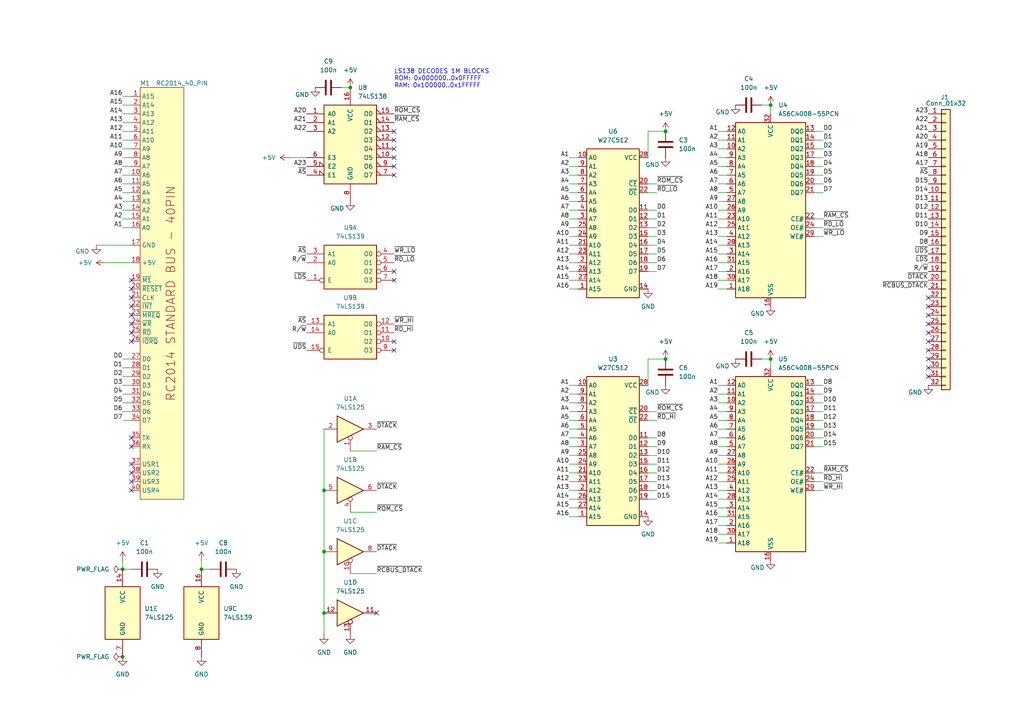
<source format=kicad_sch>
(kicad_sch (version 20231120) (generator "eeschema") (generator_version "8.0")
  (paper "A4")
  (lib_symbols
    (symbol "74xx:74LS125" (pin_names (offset 1.016))
      (property "Reference" "U" (at 0 1.27 0))
      (property "Value" "74LS125" (at 0 -1.27 0))
      (symbol "74LS125_1_0"
        (polyline (pts (xy -3.81 3.81) (xy -3.81 -3.81) (xy 3.81 0) (xy -3.81 3.81)) (stroke (width 0.254)) (fill (type background)))
        (pin input inverted (at 0 -6.35 90) (length 4.445) (name "~") (number "1"))
        (pin input line (at -7.62 0 0) (length 3.81) (name "~") (number "2"))
        (pin tri_state line (at 7.62 0 180) (length 3.81) (name "~") (number "3"))
      )
      (symbol "74LS125_2_0"
        (polyline (pts (xy -3.81 3.81) (xy -3.81 -3.81) (xy 3.81 0) (xy -3.81 3.81)) (stroke (width 0.254)) (fill (type background)))
        (pin input inverted (at 0 -6.35 90) (length 4.445) (name "~") (number "4"))
        (pin input line (at -7.62 0 0) (length 3.81) (name "~") (number "5"))
        (pin tri_state line (at 7.62 0 180) (length 3.81) (name "~") (number "6"))
      )
      (symbol "74LS125_3_0"
        (polyline (pts (xy -3.81 3.81) (xy -3.81 -3.81) (xy 3.81 0) (xy -3.81 3.81)) (stroke (width 0.254)) (fill (type background)))
        (pin input inverted (at 0 -6.35 90) (length 4.445) (name "~") (number "10"))
        (pin tri_state line (at 7.62 0 180) (length 3.81) (name "~") (number "8"))
        (pin input line (at -7.62 0 0) (length 3.81) (name "~") (number "9"))
      )
      (symbol "74LS125_4_0"
        (polyline (pts (xy -3.81 3.81) (xy -3.81 -3.81) (xy 3.81 0) (xy -3.81 3.81)) (stroke (width 0.254)) (fill (type background)))
        (pin tri_state line (at 7.62 0 180) (length 3.81) (name "~") (number "11"))
        (pin input line (at -7.62 0 0) (length 3.81) (name "~") (number "12"))
        (pin input inverted (at 0 -6.35 90) (length 4.445) (name "~") (number "13"))
      )
      (symbol "74LS125_5_0"
        (pin power_in line (at 0 12.7 270) (length 5.08) (name "VCC") (number "14"))
        (pin power_in line (at 0 -12.7 90) (length 5.08) (name "GND") (number "7"))
      )
      (symbol "74LS125_5_1"
        (rectangle (start -5.08 7.62) (end 5.08 -7.62) (stroke (width 0.254)) (fill (type background)))
      )
    )
    (symbol "74xx:74LS138" (pin_names (offset 1.016))
      (property "Reference" "U" (at -7.62 11.43 0))
      (property "Value" "74LS138" (at -7.62 -13.97 0))
      (symbol "74LS138_1_0"
        (pin input line (at -12.7 7.62 0) (length 5.08) (name "A0") (number "1"))
        (pin output output_low (at 12.7 -5.08 180) (length 5.08) (name "O5") (number "10"))
        (pin output output_low (at 12.7 -2.54 180) (length 5.08) (name "O4") (number "11"))
        (pin output output_low (at 12.7 0 180) (length 5.08) (name "O3") (number "12"))
        (pin output output_low (at 12.7 2.54 180) (length 5.08) (name "O2") (number "13"))
        (pin output output_low (at 12.7 5.08 180) (length 5.08) (name "O1") (number "14"))
        (pin output output_low (at 12.7 7.62 180) (length 5.08) (name "O0") (number "15"))
        (pin power_in line (at 0 15.24 270) (length 5.08) (name "VCC") (number "16"))
        (pin input line (at -12.7 5.08 0) (length 5.08) (name "A1") (number "2"))
        (pin input line (at -12.7 2.54 0) (length 5.08) (name "A2") (number "3"))
        (pin input input_low (at -12.7 -10.16 0) (length 5.08) (name "E1") (number "4"))
        (pin input input_low (at -12.7 -7.62 0) (length 5.08) (name "E2") (number "5"))
        (pin input line (at -12.7 -5.08 0) (length 5.08) (name "E3") (number "6"))
        (pin output output_low (at 12.7 -10.16 180) (length 5.08) (name "O7") (number "7"))
        (pin power_in line (at 0 -17.78 90) (length 5.08) (name "GND") (number "8"))
        (pin output output_low (at 12.7 -7.62 180) (length 5.08) (name "O6") (number "9"))
      )
      (symbol "74LS138_1_1"
        (rectangle (start -7.62 10.16) (end 7.62 -12.7) (stroke (width 0.254)) (fill (type background)))
      )
    )
    (symbol "74xx:74LS139" (pin_names (offset 1.016))
      (property "Reference" "U" (at -7.62 8.89 0))
      (property "Value" "74LS139" (at -7.62 -8.89 0))
      (symbol "74LS139_1_0"
        (pin input inverted (at -12.7 -5.08 0) (length 5.08) (name "E") (number "1"))
        (pin input line (at -12.7 0 0) (length 5.08) (name "A0") (number "2"))
        (pin input line (at -12.7 2.54 0) (length 5.08) (name "A1") (number "3"))
        (pin output inverted (at 12.7 2.54 180) (length 5.08) (name "O0") (number "4"))
        (pin output inverted (at 12.7 0 180) (length 5.08) (name "O1") (number "5"))
        (pin output inverted (at 12.7 -2.54 180) (length 5.08) (name "O2") (number "6"))
        (pin output inverted (at 12.7 -5.08 180) (length 5.08) (name "O3") (number "7"))
      )
      (symbol "74LS139_1_1"
        (rectangle (start -7.62 5.08) (end 7.62 -7.62) (stroke (width 0.254)) (fill (type background)))
      )
      (symbol "74LS139_2_0"
        (pin output inverted (at 12.7 -2.54 180) (length 5.08) (name "O2") (number "10"))
        (pin output inverted (at 12.7 0 180) (length 5.08) (name "O1") (number "11"))
        (pin output inverted (at 12.7 2.54 180) (length 5.08) (name "O0") (number "12"))
        (pin input line (at -12.7 2.54 0) (length 5.08) (name "A1") (number "13"))
        (pin input line (at -12.7 0 0) (length 5.08) (name "A0") (number "14"))
        (pin input inverted (at -12.7 -5.08 0) (length 5.08) (name "E") (number "15"))
        (pin output inverted (at 12.7 -5.08 180) (length 5.08) (name "O3") (number "9"))
      )
      (symbol "74LS139_2_1"
        (rectangle (start -7.62 5.08) (end 7.62 -7.62) (stroke (width 0.254)) (fill (type background)))
      )
      (symbol "74LS139_3_0"
        (pin power_in line (at 0 12.7 270) (length 5.08) (name "VCC") (number "16"))
        (pin power_in line (at 0 -12.7 90) (length 5.08) (name "GND") (number "8"))
      )
      (symbol "74LS139_3_1"
        (rectangle (start -5.08 7.62) (end 5.08 -7.62) (stroke (width 0.254)) (fill (type background)))
      )
    )
    (symbol "Connector_Generic:Conn_01x32" (pin_names (offset 1.016) hide)
      (property "Reference" "J" (at 0 40.64 0))
      (property "Value" "Conn_01x32" (at 0 -43.18 0))
      (symbol "Conn_01x32_1_1"
        (rectangle (start -1.27 -40.513) (end 0 -40.767) (stroke (width 0.1524)))
        (rectangle (start -1.27 -37.973) (end 0 -38.227) (stroke (width 0.1524)))
        (rectangle (start -1.27 -35.433) (end 0 -35.687) (stroke (width 0.1524)))
        (rectangle (start -1.27 -32.893) (end 0 -33.147) (stroke (width 0.1524)))
        (rectangle (start -1.27 -30.353) (end 0 -30.607) (stroke (width 0.1524)))
        (rectangle (start -1.27 -27.813) (end 0 -28.067) (stroke (width 0.1524)))
        (rectangle (start -1.27 -25.273) (end 0 -25.527) (stroke (width 0.1524)))
        (rectangle (start -1.27 -22.733) (end 0 -22.987) (stroke (width 0.1524)))
        (rectangle (start -1.27 -20.193) (end 0 -20.447) (stroke (width 0.1524)))
        (rectangle (start -1.27 -17.653) (end 0 -17.907) (stroke (width 0.1524)))
        (rectangle (start -1.27 -15.113) (end 0 -15.367) (stroke (width 0.1524)))
        (rectangle (start -1.27 -12.573) (end 0 -12.827) (stroke (width 0.1524)))
        (rectangle (start -1.27 -10.033) (end 0 -10.287) (stroke (width 0.1524)))
        (rectangle (start -1.27 -7.493) (end 0 -7.747) (stroke (width 0.1524)))
        (rectangle (start -1.27 -4.953) (end 0 -5.207) (stroke (width 0.1524)))
        (rectangle (start -1.27 -2.413) (end 0 -2.667) (stroke (width 0.1524)))
        (rectangle (start -1.27 0.127) (end 0 -0.127) (stroke (width 0.1524)))
        (rectangle (start -1.27 2.667) (end 0 2.413) (stroke (width 0.1524)))
        (rectangle (start -1.27 5.207) (end 0 4.953) (stroke (width 0.1524)))
        (rectangle (start -1.27 7.747) (end 0 7.493) (stroke (width 0.1524)))
        (rectangle (start -1.27 10.287) (end 0 10.033) (stroke (width 0.1524)))
        (rectangle (start -1.27 12.827) (end 0 12.573) (stroke (width 0.1524)))
        (rectangle (start -1.27 15.367) (end 0 15.113) (stroke (width 0.1524)))
        (rectangle (start -1.27 17.907) (end 0 17.653) (stroke (width 0.1524)))
        (rectangle (start -1.27 20.447) (end 0 20.193) (stroke (width 0.1524)))
        (rectangle (start -1.27 22.987) (end 0 22.733) (stroke (width 0.1524)))
        (rectangle (start -1.27 25.527) (end 0 25.273) (stroke (width 0.1524)))
        (rectangle (start -1.27 28.067) (end 0 27.813) (stroke (width 0.1524)))
        (rectangle (start -1.27 30.607) (end 0 30.353) (stroke (width 0.1524)))
        (rectangle (start -1.27 33.147) (end 0 32.893) (stroke (width 0.1524)))
        (rectangle (start -1.27 35.687) (end 0 35.433) (stroke (width 0.1524)))
        (rectangle (start -1.27 38.227) (end 0 37.973) (stroke (width 0.1524)))
        (rectangle (start -1.27 39.37) (end 1.27 -41.91) (stroke (width 0.254)) (fill (type background)))
        (pin passive line (at -5.08 38.1 0) (length 3.81) (name "Pin_1") (number "1"))
        (pin passive line (at -5.08 15.24 0) (length 3.81) (name "Pin_10") (number "10"))
        (pin passive line (at -5.08 12.7 0) (length 3.81) (name "Pin_11") (number "11"))
        (pin passive line (at -5.08 10.16 0) (length 3.81) (name "Pin_12") (number "12"))
        (pin passive line (at -5.08 7.62 0) (length 3.81) (name "Pin_13") (number "13"))
        (pin passive line (at -5.08 5.08 0) (length 3.81) (name "Pin_14") (number "14"))
        (pin passive line (at -5.08 2.54 0) (length 3.81) (name "Pin_15") (number "15"))
        (pin passive line (at -5.08 0 0) (length 3.81) (name "Pin_16") (number "16"))
        (pin passive line (at -5.08 -2.54 0) (length 3.81) (name "Pin_17") (number "17"))
        (pin passive line (at -5.08 -5.08 0) (length 3.81) (name "Pin_18") (number "18"))
        (pin passive line (at -5.08 -7.62 0) (length 3.81) (name "Pin_19") (number "19"))
        (pin passive line (at -5.08 35.56 0) (length 3.81) (name "Pin_2") (number "2"))
        (pin passive line (at -5.08 -10.16 0) (length 3.81) (name "Pin_20") (number "20"))
        (pin passive line (at -5.08 -12.7 0) (length 3.81) (name "Pin_21") (number "21"))
        (pin passive line (at -5.08 -15.24 0) (length 3.81) (name "Pin_22") (number "22"))
        (pin passive line (at -5.08 -17.78 0) (length 3.81) (name "Pin_23") (number "23"))
        (pin passive line (at -5.08 -20.32 0) (length 3.81) (name "Pin_24") (number "24"))
        (pin passive line (at -5.08 -22.86 0) (length 3.81) (name "Pin_25") (number "25"))
        (pin passive line (at -5.08 -25.4 0) (length 3.81) (name "Pin_26") (number "26"))
        (pin passive line (at -5.08 -27.94 0) (length 3.81) (name "Pin_27") (number "27"))
        (pin passive line (at -5.08 -30.48 0) (length 3.81) (name "Pin_28") (number "28"))
        (pin passive line (at -5.08 -33.02 0) (length 3.81) (name "Pin_29") (number "29"))
        (pin passive line (at -5.08 33.02 0) (length 3.81) (name "Pin_3") (number "3"))
        (pin passive line (at -5.08 -35.56 0) (length 3.81) (name "Pin_30") (number "30"))
        (pin passive line (at -5.08 -38.1 0) (length 3.81) (name "Pin_31") (number "31"))
        (pin passive line (at -5.08 -40.64 0) (length 3.81) (name "Pin_32") (number "32"))
        (pin passive line (at -5.08 30.48 0) (length 3.81) (name "Pin_4") (number "4"))
        (pin passive line (at -5.08 27.94 0) (length 3.81) (name "Pin_5") (number "5"))
        (pin passive line (at -5.08 25.4 0) (length 3.81) (name "Pin_6") (number "6"))
        (pin passive line (at -5.08 22.86 0) (length 3.81) (name "Pin_7") (number "7"))
        (pin passive line (at -5.08 20.32 0) (length 3.81) (name "Pin_8") (number "8"))
        (pin passive line (at -5.08 17.78 0) (length 3.81) (name "Pin_9") (number "9"))
      )
    )
    (symbol "Device:C" (pin_numbers hide) (pin_names (offset 0.254))
      (property "Reference" "C" (at 0.635 2.54 0))
      (property "Value" "C" (at 0.635 -2.54 0))
      (symbol "C_0_1"
        (polyline (pts (xy -2.032 -0.762) (xy 2.032 -0.762)) (stroke (width 0.508)))
        (polyline (pts (xy -2.032 0.762) (xy 2.032 0.762)) (stroke (width 0.508)))
      )
      (symbol "C_1_1"
        (pin passive line (at 0 3.81 270) (length 2.794) (name "~") (number "1"))
        (pin passive line (at 0 -3.81 90) (length 2.794) (name "~") (number "2"))
      )
    )
    (symbol "Memory_RAM:AS6C4008-55PCN"
      (property "Reference" "U" (at -10.16 26.035 0))
      (property "Value" "AS6C4008-55PCN" (at 2.54 26.035 0))
      (symbol "AS6C4008-55PCN_0_0"
        (pin power_in line (at 0 -27.94 90) (length 2.54) (name "VSS") (number "16"))
        (pin power_in line (at 0 27.94 270) (length 2.54) (name "VCC") (number "32"))
      )
      (symbol "AS6C4008-55PCN_0_1"
        (rectangle (start -10.16 25.4) (end 10.16 -25.4) (stroke (width 0.254)) (fill (type background)))
      )
      (symbol "AS6C4008-55PCN_1_1"
        (pin input line (at -12.7 -22.86 0) (length 2.54) (name "A18") (number "1"))
        (pin input line (at -12.7 17.78 0) (length 2.54) (name "A2") (number "10"))
        (pin input line (at -12.7 20.32 0) (length 2.54) (name "A1") (number "11"))
        (pin input line (at -12.7 22.86 0) (length 2.54) (name "A0") (number "12"))
        (pin tri_state line (at 12.7 22.86 180) (length 2.54) (name "DQ0") (number "13"))
        (pin tri_state line (at 12.7 20.32 180) (length 2.54) (name "DQ1") (number "14"))
        (pin tri_state line (at 12.7 17.78 180) (length 2.54) (name "DQ2") (number "15"))
        (pin tri_state line (at 12.7 15.24 180) (length 2.54) (name "DQ3") (number "17"))
        (pin tri_state line (at 12.7 12.7 180) (length 2.54) (name "DQ4") (number "18"))
        (pin tri_state line (at 12.7 10.16 180) (length 2.54) (name "DQ5") (number "19"))
        (pin input line (at -12.7 -17.78 0) (length 2.54) (name "A16") (number "2"))
        (pin tri_state line (at 12.7 7.62 180) (length 2.54) (name "DQ6") (number "20"))
        (pin tri_state line (at 12.7 5.08 180) (length 2.54) (name "DQ7") (number "21"))
        (pin input line (at 12.7 -2.54 180) (length 2.54) (name "CE#") (number "22"))
        (pin input line (at -12.7 -2.54 0) (length 2.54) (name "A10") (number "23"))
        (pin input line (at 12.7 -5.08 180) (length 2.54) (name "OE#") (number "24"))
        (pin input line (at -12.7 -5.08 0) (length 2.54) (name "A11") (number "25"))
        (pin input line (at -12.7 0 0) (length 2.54) (name "A9") (number "26"))
        (pin input line (at -12.7 2.54 0) (length 2.54) (name "A8") (number "27"))
        (pin input line (at -12.7 -10.16 0) (length 2.54) (name "A13") (number "28"))
        (pin input line (at 12.7 -7.62 180) (length 2.54) (name "WE#") (number "29"))
        (pin input line (at -12.7 -12.7 0) (length 2.54) (name "A14") (number "3"))
        (pin input line (at -12.7 -20.32 0) (length 2.54) (name "A17") (number "30"))
        (pin input line (at -12.7 -15.24 0) (length 2.54) (name "A15") (number "31"))
        (pin input line (at -12.7 -7.62 0) (length 2.54) (name "A12") (number "4"))
        (pin input line (at -12.7 5.08 0) (length 2.54) (name "A7") (number "5"))
        (pin input line (at -12.7 7.62 0) (length 2.54) (name "A6") (number "6"))
        (pin input line (at -12.7 10.16 0) (length 2.54) (name "A5") (number "7"))
        (pin input line (at -12.7 12.7 0) (length 2.54) (name "A4") (number "8"))
        (pin input line (at -12.7 15.24 0) (length 2.54) (name "A3") (number "9"))
      )
    )
    (symbol "MyLibrary2023:RC2014_40_PIN"
      (property "Reference" "M" (at -6.35 57.15 0))
      (property "Value" "RC2014_40_PIN" (at 0 -64.77 0))
      (symbol "RC2014_40_PIN_1_1"
        (rectangle (start -7.62 55.88) (end 5.08 -63.5) (fill (type background)))
        (text "RC2014 STANDARD BUS - 40PIN" (at -3.81 -3.81 900) (effects (font (size 2.5 2.5))))
        (pin bidirectional line (at 7.62 53.34 180) (length 2.54) (name "A15") (number "1"))
        (pin bidirectional line (at 7.62 30.48 180) (length 2.54) (name "A6") (number "10"))
        (pin bidirectional line (at 7.62 27.94 180) (length 2.54) (name "A5") (number "11"))
        (pin bidirectional line (at 7.62 25.4 180) (length 2.54) (name "A4") (number "12"))
        (pin bidirectional line (at 7.62 22.86 180) (length 2.54) (name "A3") (number "13"))
        (pin bidirectional line (at 7.62 20.32 180) (length 2.54) (name "A2") (number "14"))
        (pin bidirectional line (at 7.62 17.78 180) (length 2.54) (name "A1") (number "15"))
        (pin bidirectional line (at 7.62 15.24 180) (length 2.54) (name "A0") (number "16"))
        (pin power_out line (at 7.62 10.16 180) (length 2.54) (name "GND") (number "17"))
        (pin bidirectional line (at 7.62 5.08 180) (length 2.54) (name "+5V") (number "18"))
        (pin bidirectional line (at 7.62 0 180) (length 2.54) (name "~{M1}") (number "19"))
        (pin bidirectional line (at 7.62 50.8 180) (length 2.54) (name "A14") (number "2"))
        (pin bidirectional line (at 7.62 -2.54 180) (length 2.54) (name "~{RESET}") (number "20"))
        (pin bidirectional line (at 7.62 -5.08 180) (length 2.54) (name "CLK") (number "21"))
        (pin bidirectional line (at 7.62 -7.62 180) (length 2.54) (name "~{INT}") (number "22"))
        (pin bidirectional line (at 7.62 -10.16 180) (length 2.54) (name "~{MREQ}") (number "23"))
        (pin bidirectional line (at 7.62 -12.7 180) (length 2.54) (name "~{WR}") (number "24"))
        (pin bidirectional line (at 7.62 -15.24 180) (length 2.54) (name "~{RD}") (number "25"))
        (pin bidirectional line (at 7.62 -17.78 180) (length 2.54) (name "~{IORQ}") (number "26"))
        (pin bidirectional line (at 7.62 -22.86 180) (length 2.54) (name "D0") (number "27"))
        (pin bidirectional line (at 7.62 -25.4 180) (length 2.54) (name "D1") (number "28"))
        (pin bidirectional line (at 7.62 -27.94 180) (length 2.54) (name "D2") (number "29"))
        (pin bidirectional line (at 7.62 48.26 180) (length 2.54) (name "A13") (number "3"))
        (pin bidirectional line (at 7.62 -30.48 180) (length 2.54) (name "D3") (number "30"))
        (pin bidirectional line (at 7.62 -33.02 180) (length 2.54) (name "D4") (number "31"))
        (pin bidirectional line (at 7.62 -35.56 180) (length 2.54) (name "D5") (number "32"))
        (pin bidirectional line (at 7.62 -38.1 180) (length 2.54) (name "D6") (number "33"))
        (pin bidirectional line (at 7.62 -40.64 180) (length 2.54) (name "D7") (number "34"))
        (pin bidirectional line (at 7.62 -45.72 180) (length 2.54) (name "TX") (number "35"))
        (pin bidirectional line (at 7.62 -48.26 180) (length 2.54) (name "RX") (number "36"))
        (pin bidirectional line (at 7.62 -53.34 180) (length 2.54) (name "USR1") (number "37"))
        (pin bidirectional line (at 7.62 -55.88 180) (length 2.54) (name "USR2") (number "38"))
        (pin bidirectional line (at 7.62 -58.42 180) (length 2.54) (name "USR3") (number "39"))
        (pin bidirectional line (at 7.62 45.72 180) (length 2.54) (name "A12") (number "4"))
        (pin bidirectional line (at 7.62 -60.96 180) (length 2.54) (name "USR4") (number "40"))
        (pin bidirectional line (at 7.62 43.18 180) (length 2.54) (name "A11") (number "5"))
        (pin bidirectional line (at 7.62 40.64 180) (length 2.54) (name "A10") (number "6"))
        (pin bidirectional line (at 7.62 38.1 180) (length 2.54) (name "A9") (number "7"))
        (pin bidirectional line (at 7.62 35.56 180) (length 2.54) (name "A8") (number "8"))
        (pin bidirectional line (at 7.62 33.02 180) (length 2.54) (name "A7") (number "9"))
      )
    )
    (symbol "MyLibrary2023:W27C512"
      (property "Reference" "U" (at -7.62 26.67 0))
      (property "Value" "W27C512" (at -7.62 -19.05 0))
      (symbol "W27C512_1_1"
        (rectangle (start -7.62 25.4) (end 7.62 -17.78) (stroke (width 0.254)) (fill (type background)))
        (pin input line (at -10.16 -15.24 0) (length 2.54) (name "A15") (number "1"))
        (pin input line (at -10.16 22.86 0) (length 2.54) (name "A0") (number "10"))
        (pin tri_state line (at 10.16 7.62 180) (length 2.54) (name "D0") (number "11"))
        (pin tri_state line (at 10.16 5.08 180) (length 2.54) (name "D1") (number "12"))
        (pin tri_state line (at 10.16 2.54 180) (length 2.54) (name "D2") (number "13"))
        (pin power_in line (at 10.16 -15.24 180) (length 2.54) (name "GND") (number "14"))
        (pin tri_state line (at 10.16 0 180) (length 2.54) (name "D3") (number "15"))
        (pin tri_state line (at 10.16 -2.54 180) (length 2.54) (name "D4") (number "16"))
        (pin tri_state line (at 10.16 -5.08 180) (length 2.54) (name "D5") (number "17"))
        (pin tri_state line (at 10.16 -7.62 180) (length 2.54) (name "D6") (number "18"))
        (pin tri_state line (at 10.16 -10.16 180) (length 2.54) (name "D7") (number "19"))
        (pin input line (at -10.16 -7.62 0) (length 2.54) (name "A12") (number "2"))
        (pin input line (at 10.16 15.24 180) (length 2.54) (name "~{CE}") (number "20"))
        (pin input line (at -10.16 -2.54 0) (length 2.54) (name "A10") (number "21"))
        (pin input line (at 10.16 12.7 180) (length 2.54) (name "~{OE}") (number "22"))
        (pin input line (at -10.16 -5.08 0) (length 2.54) (name "A11") (number "23"))
        (pin input line (at -10.16 0 0) (length 2.54) (name "A9") (number "24"))
        (pin input line (at -10.16 2.54 0) (length 2.54) (name "A8") (number "25"))
        (pin input line (at -10.16 -10.16 0) (length 2.54) (name "A13") (number "26"))
        (pin input line (at -10.16 -12.7 0) (length 2.54) (name "A14") (number "27"))
        (pin power_in line (at 10.16 22.86 180) (length 2.54) (name "VCC") (number "28"))
        (pin input line (at -10.16 5.08 0) (length 2.54) (name "A7") (number "3"))
        (pin input line (at -10.16 7.62 0) (length 2.54) (name "A6") (number "4"))
        (pin input line (at -10.16 10.16 0) (length 2.54) (name "A5") (number "5"))
        (pin input line (at -10.16 12.7 0) (length 2.54) (name "A4") (number "6"))
        (pin input line (at -10.16 15.24 0) (length 2.54) (name "A3") (number "7"))
        (pin input line (at -10.16 17.78 0) (length 2.54) (name "A2") (number "8"))
        (pin input line (at -10.16 20.32 0) (length 2.54) (name "A1") (number "9"))
      )
    )
    (symbol "power:+5V" (power) (pin_numbers hide) (pin_names (offset 0) hide)
      (property "Value" "+5V" (at 0 3.556 0))
      (symbol "+5V_0_1"
        (polyline (pts (xy -0.762 1.27) (xy 0 2.54)))
        (polyline (pts (xy 0 0) (xy 0 2.54)))
        (polyline (pts (xy 0 2.54) (xy 0.762 1.27)))
      )
      (symbol "+5V_1_1"
        (pin power_in line (at 0 0 90) (length 0) (name "~") (number "1"))
      )
    )
    (symbol "power:GND" (power) (pin_numbers hide) (pin_names (offset 0) hide)
      (property "Value" "GND" (at 0 -3.81 0))
      (symbol "GND_0_1"
        (polyline (pts (xy 0 0) (xy 0 -1.27) (xy 1.27 -1.27) (xy 0 -2.54) (xy -1.27 -1.27) (xy 0 -1.27)))
      )
      (symbol "GND_1_1"
        (pin power_in line (at 0 0 270) (length 0) (name "~") (number "1"))
      )
    )
    (symbol "power:PWR_FLAG" (power) (pin_numbers hide) (pin_names (offset 0) hide)
      (property "Value" "PWR_FLAG" (at 0 3.81 0))
      (symbol "PWR_FLAG_0_0"
        (pin power_out line (at 0 0 90) (length 0) (name "~") (number "1"))
      )
      (symbol "PWR_FLAG_0_1"
        (polyline (pts (xy 0 0) (xy 0 1.27) (xy -1.016 1.905) (xy 0 2.54) (xy 1.016 1.905) (xy 0 1.27)))
      )
    )
  )
  (junction (at 193.04 104.14))
  (junction (at 35.56 190.5))
  (junction (at 193.04 38.1))
  (junction (at 93.98 177.8))
  (junction (at 93.98 160.02))
  (junction (at 58.42 165.1))
  (junction (at 35.56 165.1))
  (junction (at 223.52 104.14))
  (junction (at 101.6 25.4))
  (junction (at 93.98 142.24))
  (junction (at 223.52 30.48))
  (no_connect (at 114.3 48.26))
  (no_connect (at 114.3 38.1))
  (no_connect (at 38.1 86.36))
  (no_connect (at 114.3 78.74))
  (no_connect (at 38.1 99.06))
  (no_connect (at 269.24 106.68))
  (no_connect (at 38.1 81.28))
  (no_connect (at 269.24 91.44))
  (no_connect (at 38.1 83.82))
  (no_connect (at 114.3 40.64))
  (no_connect (at 269.24 86.36))
  (no_connect (at 38.1 134.62))
  (no_connect (at 269.24 93.98))
  (no_connect (at 38.1 139.7))
  (no_connect (at 269.24 109.22))
  (no_connect (at 114.3 81.28))
  (no_connect (at 114.3 45.72))
  (no_connect (at 109.22 177.8))
  (no_connect (at 114.3 43.18))
  (no_connect (at 269.24 96.52))
  (no_connect (at 38.1 96.52))
  (no_connect (at 269.24 88.9))
  (no_connect (at 38.1 137.16))
  (no_connect (at 38.1 93.98))
  (no_connect (at 38.1 127))
  (no_connect (at 38.1 91.44))
  (no_connect (at 269.24 99.06))
  (no_connect (at 114.3 50.8))
  (no_connect (at 38.1 88.9))
  (no_connect (at 114.3 99.06))
  (no_connect (at 269.24 104.14))
  (no_connect (at 269.24 101.6))
  (no_connect (at 38.1 129.54))
  (no_connect (at 114.3 101.6))
  (no_connect (at 38.1 142.24))
  (wire (pts (xy 165.1 53.34) (xy 167.64 53.34)))
  (wire (pts (xy 208.28 121.92) (xy 210.82 121.92)))
  (wire (pts (xy 208.28 45.72) (xy 210.82 45.72)))
  (wire (pts (xy 238.76 63.5) (xy 236.22 63.5)))
  (wire (pts (xy 27.94 71.12) (xy 38.1 71.12)))
  (wire (pts (xy 187.96 127) (xy 190.5 127)))
  (wire (pts (xy 238.76 137.16) (xy 236.22 137.16)))
  (wire (pts (xy 35.56 119.38) (xy 38.1 119.38)))
  (wire (pts (xy 187.96 55.88) (xy 190.5 55.88)))
  (wire (pts (xy 236.22 50.8) (xy 238.76 50.8)))
  (wire (pts (xy 165.1 144.78) (xy 167.64 144.78)))
  (wire (pts (xy 165.1 73.66) (xy 167.64 73.66)))
  (wire (pts (xy 35.56 114.3) (xy 38.1 114.3)))
  (wire (pts (xy 165.1 132.08) (xy 167.64 132.08)))
  (wire (pts (xy 208.28 73.66) (xy 210.82 73.66)))
  (wire (pts (xy 165.1 147.32) (xy 167.64 147.32)))
  (wire (pts (xy 208.28 132.08) (xy 210.82 132.08)))
  (wire (pts (xy 208.28 142.24) (xy 210.82 142.24)))
  (wire (pts (xy 165.1 139.7) (xy 167.64 139.7)))
  (wire (pts (xy 101.6 148.59) (xy 109.22 148.59)))
  (wire (pts (xy 238.76 139.7) (xy 236.22 139.7)))
  (wire (pts (xy 208.28 119.38) (xy 210.82 119.38)))
  (wire (pts (xy 187.96 121.92) (xy 190.5 121.92)))
  (wire (pts (xy 165.1 58.42) (xy 167.64 58.42)))
  (wire (pts (xy 165.1 78.74) (xy 167.64 78.74)))
  (wire (pts (xy 208.28 76.2) (xy 210.82 76.2)))
  (wire (pts (xy 208.28 114.3) (xy 210.82 114.3)))
  (wire (pts (xy 165.1 127) (xy 167.64 127)))
  (wire (pts (xy 208.28 66.04) (xy 210.82 66.04)))
  (wire (pts (xy 208.28 144.78) (xy 210.82 144.78)))
  (wire (pts (xy 187.96 132.08) (xy 190.5 132.08)))
  (wire (pts (xy 35.56 116.84) (xy 38.1 116.84)))
  (wire (pts (xy 208.28 154.94) (xy 210.82 154.94)))
  (wire (pts (xy 101.6 130.81) (xy 109.22 130.81)))
  (wire (pts (xy 165.1 55.88) (xy 167.64 55.88)))
  (wire (pts (xy 208.28 63.5) (xy 210.82 63.5)))
  (wire (pts (xy 236.22 55.88) (xy 238.76 55.88)))
  (wire (pts (xy 208.28 40.64) (xy 210.82 40.64)))
  (wire (pts (xy 35.56 66.04) (xy 38.1 66.04)))
  (wire (pts (xy 187.96 111.76) (xy 187.96 104.14)))
  (wire (pts (xy 208.28 139.7) (xy 210.82 139.7)))
  (wire (pts (xy 35.56 33.02) (xy 38.1 33.02)))
  (wire (pts (xy 35.56 30.48) (xy 38.1 30.48)))
  (wire (pts (xy 208.28 78.74) (xy 210.82 78.74)))
  (wire (pts (xy 187.96 73.66) (xy 190.5 73.66)))
  (wire (pts (xy 165.1 48.26) (xy 167.64 48.26)))
  (wire (pts (xy 35.56 27.94) (xy 38.1 27.94)))
  (wire (pts (xy 187.96 68.58) (xy 190.5 68.58)))
  (wire (pts (xy 208.28 157.48) (xy 210.82 157.48)))
  (wire (pts (xy 236.22 53.34) (xy 238.76 53.34)))
  (wire (pts (xy 208.28 81.28) (xy 210.82 81.28)))
  (wire (pts (xy 220.98 104.14) (xy 223.52 104.14)))
  (wire (pts (xy 236.22 129.54) (xy 238.76 129.54)))
  (wire (pts (xy 208.28 48.26) (xy 210.82 48.26)))
  (wire (pts (xy 165.1 66.04) (xy 167.64 66.04)))
  (wire (pts (xy 35.56 165.1) (xy 38.1 165.1)))
  (wire (pts (xy 208.28 124.46) (xy 210.82 124.46)))
  (wire (pts (xy 236.22 45.72) (xy 238.76 45.72)))
  (wire (pts (xy 165.1 142.24) (xy 167.64 142.24)))
  (wire (pts (xy 165.1 68.58) (xy 167.64 68.58)))
  (wire (pts (xy 187.96 66.04) (xy 190.5 66.04)))
  (wire (pts (xy 35.56 58.42) (xy 38.1 58.42)))
  (wire (pts (xy 187.96 142.24) (xy 190.5 142.24)))
  (wire (pts (xy 101.6 166.37) (xy 109.22 166.37)))
  (wire (pts (xy 35.56 48.26) (xy 38.1 48.26)))
  (wire (pts (xy 208.28 43.18) (xy 210.82 43.18)))
  (wire (pts (xy 236.22 114.3) (xy 238.76 114.3)))
  (wire (pts (xy 208.28 83.82) (xy 210.82 83.82)))
  (wire (pts (xy 83.82 45.72) (xy 88.9 45.72)))
  (wire (pts (xy 35.56 162.56) (xy 35.56 165.1)))
  (wire (pts (xy 35.56 50.8) (xy 38.1 50.8)))
  (wire (pts (xy 35.56 121.92) (xy 38.1 121.92)))
  (wire (pts (xy 35.56 109.22) (xy 38.1 109.22)))
  (wire (pts (xy 236.22 111.76) (xy 238.76 111.76)))
  (wire (pts (xy 165.1 81.28) (xy 167.64 81.28)))
  (wire (pts (xy 208.28 111.76) (xy 210.82 111.76)))
  (wire (pts (xy 236.22 124.46) (xy 238.76 124.46)))
  (wire (pts (xy 187.96 76.2) (xy 190.5 76.2)))
  (wire (pts (xy 58.42 165.1) (xy 60.96 165.1)))
  (wire (pts (xy 208.28 55.88) (xy 210.82 55.88)))
  (wire (pts (xy 165.1 149.86) (xy 167.64 149.86)))
  (wire (pts (xy 165.1 121.92) (xy 167.64 121.92)))
  (wire (pts (xy 165.1 76.2) (xy 167.64 76.2)))
  (wire (pts (xy 93.98 177.8) (xy 93.98 160.02)))
  (wire (pts (xy 236.22 119.38) (xy 238.76 119.38)))
  (wire (pts (xy 165.1 134.62) (xy 167.64 134.62)))
  (wire (pts (xy 35.56 40.64) (xy 38.1 40.64)))
  (wire (pts (xy 187.96 45.72) (xy 187.96 38.1)))
  (wire (pts (xy 236.22 48.26) (xy 238.76 48.26)))
  (wire (pts (xy 208.28 147.32) (xy 210.82 147.32)))
  (wire (pts (xy 35.56 35.56) (xy 38.1 35.56)))
  (wire (pts (xy 165.1 111.76) (xy 167.64 111.76)))
  (wire (pts (xy 35.56 45.72) (xy 38.1 45.72)))
  (wire (pts (xy 208.28 71.12) (xy 210.82 71.12)))
  (wire (pts (xy 165.1 137.16) (xy 167.64 137.16)))
  (wire (pts (xy 238.76 68.58) (xy 236.22 68.58)))
  (wire (pts (xy 165.1 50.8) (xy 167.64 50.8)))
  (wire (pts (xy 187.96 129.54) (xy 190.5 129.54)))
  (wire (pts (xy 93.98 184.15) (xy 93.98 177.8)))
  (wire (pts (xy 223.52 104.14) (xy 223.52 106.68)))
  (wire (pts (xy 208.28 68.58) (xy 210.82 68.58)))
  (wire (pts (xy 165.1 71.12) (xy 167.64 71.12)))
  (wire (pts (xy 187.96 144.78) (xy 190.5 144.78)))
  (wire (pts (xy 35.56 55.88) (xy 38.1 55.88)))
  (wire (pts (xy 190.5 119.38) (xy 187.96 119.38)))
  (wire (pts (xy 30.48 76.2) (xy 38.1 76.2)))
  (wire (pts (xy 35.56 111.76) (xy 38.1 111.76)))
  (wire (pts (xy 220.98 30.48) (xy 223.52 30.48)))
  (wire (pts (xy 208.28 134.62) (xy 210.82 134.62)))
  (wire (pts (xy 208.28 129.54) (xy 210.82 129.54)))
  (wire (pts (xy 165.1 129.54) (xy 167.64 129.54)))
  (wire (pts (xy 165.1 63.5) (xy 167.64 63.5)))
  (wire (pts (xy 208.28 116.84) (xy 210.82 116.84)))
  (wire (pts (xy 236.22 38.1) (xy 238.76 38.1)))
  (wire (pts (xy 165.1 83.82) (xy 167.64 83.82)))
  (wire (pts (xy 93.98 142.24) (xy 93.98 160.02)))
  (wire (pts (xy 165.1 119.38) (xy 167.64 119.38)))
  (wire (pts (xy 187.96 38.1) (xy 193.04 38.1)))
  (wire (pts (xy 238.76 66.04) (xy 236.22 66.04)))
  (wire (pts (xy 236.22 40.64) (xy 238.76 40.64)))
  (wire (pts (xy 208.28 60.96) (xy 210.82 60.96)))
  (wire (pts (xy 165.1 114.3) (xy 167.64 114.3)))
  (wire (pts (xy 35.56 106.68) (xy 38.1 106.68)))
  (wire (pts (xy 99.06 25.4) (xy 101.6 25.4)))
  (wire (pts (xy 208.28 58.42) (xy 210.82 58.42)))
  (wire (pts (xy 187.96 60.96) (xy 190.5 60.96)))
  (wire (pts (xy 93.98 124.46) (xy 93.98 142.24)))
  (wire (pts (xy 236.22 43.18) (xy 238.76 43.18)))
  (wire (pts (xy 208.28 53.34) (xy 210.82 53.34)))
  (wire (pts (xy 165.1 45.72) (xy 167.64 45.72)))
  (wire (pts (xy 236.22 116.84) (xy 238.76 116.84)))
  (wire (pts (xy 187.96 139.7) (xy 190.5 139.7)))
  (wire (pts (xy 208.28 149.86) (xy 210.82 149.86)))
  (wire (pts (xy 236.22 127) (xy 238.76 127)))
  (wire (pts (xy 165.1 124.46) (xy 167.64 124.46)))
  (wire (pts (xy 208.28 137.16) (xy 210.82 137.16)))
  (wire (pts (xy 238.76 142.24) (xy 236.22 142.24)))
  (wire (pts (xy 208.28 50.8) (xy 210.82 50.8)))
  (wire (pts (xy 187.96 137.16) (xy 190.5 137.16)))
  (wire (pts (xy 187.96 104.14) (xy 193.04 104.14)))
  (wire (pts (xy 35.56 63.5) (xy 38.1 63.5)))
  (wire (pts (xy 35.56 43.18) (xy 38.1 43.18)))
  (wire (pts (xy 165.1 60.96) (xy 167.64 60.96)))
  (wire (pts (xy 187.96 134.62) (xy 190.5 134.62)))
  (wire (pts (xy 208.28 152.4) (xy 210.82 152.4)))
  (wire (pts (xy 187.96 63.5) (xy 190.5 63.5)))
  (wire (pts (xy 165.1 116.84) (xy 167.64 116.84)))
  (wire (pts (xy 35.56 53.34) (xy 38.1 53.34)))
  (wire (pts (xy 58.42 162.56) (xy 58.42 165.1)))
  (wire (pts (xy 187.96 71.12) (xy 190.5 71.12)))
  (wire (pts (xy 208.28 127) (xy 210.82 127)))
  (wire (pts (xy 190.5 53.34) (xy 187.96 53.34)))
  (wire (pts (xy 187.96 78.74) (xy 190.5 78.74)))
  (wire (pts (xy 236.22 121.92) (xy 238.76 121.92)))
  (wire (pts (xy 35.56 104.14) (xy 38.1 104.14)))
  (wire (pts (xy 223.52 30.48) (xy 223.52 33.02)))
  (wire (pts (xy 208.28 38.1) (xy 210.82 38.1)))
  (wire (pts (xy 35.56 38.1) (xy 38.1 38.1)))
  (wire (pts (xy 35.56 60.96) (xy 38.1 60.96)))
  (text "LS138 DECODES 1M BLOCKS\nROM: 0x000000..0x0FFFFF\nRAM: 0x100000..0x1FFFFF" (at 114.3 22.86 0) (effects (font (size 1.27 1.27)) (justify left)))
  (label "A19" (at 269.24 43.18 180))
  (label "A15" (at 165.1 81.28 180))
  (label "~{AS}" (at 88.9 93.98 180))
  (label "A23" (at 269.24 33.02 180))
  (label "A18" (at 208.28 81.28 180))
  (label "A5" (at 165.1 55.88 180))
  (label "A7" (at 165.1 60.96 180))
  (label "A6" (at 35.56 53.34 180))
  (label "A21" (at 88.9 35.56 180))
  (label "D11" (at 269.24 63.5 180))
  (label "A17" (at 208.28 78.74 180))
  (label "A17" (at 269.24 48.26 180))
  (label "A20" (at 88.9 33.02 180))
  (label "A11" (at 208.28 137.16 180))
  (label "D14" (at 238.76 127 0))
  (label "~{RAM_CS}" (at 109.22 130.81 0))
  (label "D0" (at 238.76 38.1 0))
  (label "D14" (at 269.24 55.88 180))
  (label "A19" (at 208.28 83.82 180))
  (label "D8" (at 269.24 71.12 180))
  (label "A6" (at 208.28 124.46 180))
  (label "A16" (at 165.1 83.82 180))
  (label "D2" (at 238.76 43.18 0))
  (label "A8" (at 35.56 48.26 180))
  (label "A10" (at 165.1 68.58 180))
  (label "A7" (at 35.56 50.8 180))
  (label "A1" (at 165.1 111.76 180))
  (label "A3" (at 35.56 60.96 180))
  (label "~{RD_LO}" (at 238.76 66.04 0))
  (label "D5" (at 238.76 50.8 0))
  (label "~{DTACK}" (at 109.22 124.46 0))
  (label "A12" (at 35.56 38.1 180))
  (label "~{WR_HI}" (at 238.76 142.24 0))
  (label "D4" (at 238.76 48.26 0))
  (label "D13" (at 269.24 58.42 180))
  (label "A4" (at 165.1 119.38 180))
  (label "A15" (at 35.56 30.48 180))
  (label "A9" (at 165.1 132.08 180))
  (label "A19" (at 208.28 157.48 180))
  (label "D2" (at 35.56 109.22 180))
  (label "A22" (at 88.9 38.1 180))
  (label "D3" (at 190.5 68.58 0))
  (label "D11" (at 190.5 134.62 0))
  (label "~{ROM_CS}" (at 114.3 33.02 0))
  (label "A12" (at 165.1 73.66 180))
  (label "~{RD_LO}" (at 190.5 55.88 0))
  (label "~{AS}" (at 88.9 50.8 180))
  (label "A8" (at 165.1 129.54 180))
  (label "D3" (at 238.76 45.72 0))
  (label "A5" (at 35.56 55.88 180))
  (label "A3" (at 165.1 116.84 180))
  (label "A17" (at 208.28 152.4 180))
  (label "~{DTACK}" (at 269.24 81.28 180))
  (label "A1" (at 35.56 66.04 180))
  (label "R{slash}~{W}" (at 88.9 96.52 180))
  (label "D0" (at 35.56 104.14 180))
  (label "A18" (at 208.28 154.94 180))
  (label "A15" (at 208.28 73.66 180))
  (label "A13" (at 35.56 35.56 180))
  (label "D4" (at 35.56 114.3 180))
  (label "A1" (at 208.28 111.76 180))
  (label "~{RD_HI}" (at 238.76 139.7 0))
  (label "D14" (at 190.5 142.24 0))
  (label "~{RD_LO}" (at 114.3 76.2 0))
  (label "A11" (at 165.1 71.12 180))
  (label "D11" (at 238.76 119.38 0))
  (label "A15" (at 208.28 147.32 180))
  (label "A16" (at 165.1 149.86 180))
  (label "A9" (at 35.56 45.72 180))
  (label "A20" (at 269.24 40.64 180))
  (label "~{RAM_CS}" (at 238.76 63.5 0))
  (label "D10" (at 238.76 116.84 0))
  (label "R{slash}~{W}" (at 269.24 78.74 180))
  (label "A5" (at 208.28 48.26 180))
  (label "~{WR_LO}" (at 114.3 73.66 0))
  (label "A2" (at 165.1 48.26 180))
  (label "A18" (at 269.24 45.72 180))
  (label "~{DTACK}" (at 109.22 142.24 0))
  (label "A22" (at 269.24 35.56 180))
  (label "~{RAM_CS}" (at 238.76 137.16 0))
  (label "~{LDS}" (at 269.24 76.2 180))
  (label "A9" (at 208.28 58.42 180))
  (label "D9" (at 269.24 68.58 180))
  (label "~{RD_HI}" (at 190.5 121.92 0))
  (label "~{UDS}" (at 269.24 73.66 180))
  (label "A14" (at 208.28 144.78 180))
  (label "D0" (at 190.5 60.96 0))
  (label "A8" (at 208.28 129.54 180))
  (label "~{AS}" (at 88.9 73.66 180))
  (label "A6" (at 165.1 58.42 180))
  (label "D5" (at 190.5 73.66 0))
  (label "A16" (at 208.28 149.86 180))
  (label "D12" (at 269.24 60.96 180))
  (label "D1" (at 190.5 63.5 0))
  (label "A1" (at 208.28 38.1 180))
  (label "D10" (at 269.24 66.04 180))
  (label "D13" (at 238.76 124.46 0))
  (label "D1" (at 35.56 106.68 180))
  (label "D15" (at 238.76 129.54 0))
  (label "A4" (at 165.1 53.34 180))
  (label "D7" (at 35.56 121.92 180))
  (label "D15" (at 190.5 144.78 0))
  (label "A12" (at 165.1 139.7 180))
  (label "A15" (at 165.1 147.32 180))
  (label "A4" (at 208.28 45.72 180))
  (label "A8" (at 208.28 55.88 180))
  (label "D15" (at 269.24 53.34 180))
  (label "A14" (at 35.56 33.02 180))
  (label "A12" (at 208.28 139.7 180))
  (label "A9" (at 165.1 66.04 180))
  (label "~{DTACK}" (at 109.22 160.02 0))
  (label "A11" (at 165.1 137.16 180))
  (label "A23" (at 88.9 48.26 180))
  (label "A10" (at 208.28 134.62 180))
  (label "A13" (at 208.28 142.24 180))
  (label "A2" (at 35.56 63.5 180))
  (label "A4" (at 35.56 58.42 180))
  (label "D2" (at 190.5 66.04 0))
  (label "A13" (at 165.1 142.24 180))
  (label "A7" (at 208.28 53.34 180))
  (label "~{RD_HI}" (at 114.3 96.52 0))
  (label "A13" (at 165.1 76.2 180))
  (label "A21" (at 269.24 38.1 180))
  (label "A10" (at 208.28 60.96 180))
  (label "A10" (at 165.1 134.62 180))
  (label "D8" (at 190.5 127 0))
  (label "~{ROM_CS}" (at 109.22 148.59 0))
  (label "D5" (at 35.56 116.84 180))
  (label "D12" (at 238.76 121.92 0))
  (label "A4" (at 208.28 119.38 180))
  (label "D3" (at 35.56 111.76 180))
  (label "~{WR_LO}" (at 238.76 68.58 0))
  (label "A16" (at 35.56 27.94 180))
  (label "A3" (at 208.28 43.18 180))
  (label "D7" (at 238.76 55.88 0))
  (label "A7" (at 208.28 127 180))
  (label "A9" (at 208.28 132.08 180))
  (label "D6" (at 190.5 76.2 0))
  (label "R{slash}~{W}" (at 88.9 76.2 180))
  (label "A5" (at 165.1 121.92 180))
  (label "A6" (at 208.28 50.8 180))
  (label "A5" (at 208.28 121.92 180))
  (label "A3" (at 165.1 50.8 180))
  (label "~{ROM_CS}" (at 190.5 53.34 0))
  (label "D1" (at 238.76 40.64 0))
  (label "A1" (at 165.1 45.72 180))
  (label "A7" (at 165.1 127 180))
  (label "D8" (at 238.76 111.76 0))
  (label "A16" (at 208.28 76.2 180))
  (label "A10" (at 35.56 43.18 180))
  (label "D9" (at 190.5 129.54 0))
  (label "D10" (at 190.5 132.08 0))
  (label "A2" (at 165.1 114.3 180))
  (label "~{RCBUS_DTACK}" (at 269.24 83.82 180))
  (label "~{RAM_CS}" (at 114.3 35.56 0))
  (label "~{ROM_CS}" (at 190.5 119.38 0))
  (label "~{AS}" (at 269.24 50.8 180))
  (label "A2" (at 208.28 114.3 180))
  (label "D13" (at 190.5 139.7 0))
  (label "A2" (at 208.28 40.64 180))
  (label "A11" (at 208.28 63.5 180))
  (label "A6" (at 165.1 124.46 180))
  (label "D6" (at 35.56 119.38 180))
  (label "D7" (at 190.5 78.74 0))
  (label "A8" (at 165.1 63.5 180))
  (label "D6" (at 238.76 53.34 0))
  (label "A11" (at 35.56 40.64 180))
  (label "~{RCBUS_DTACK}" (at 109.22 166.37 0))
  (label "A12" (at 208.28 66.04 180))
  (label "A14" (at 208.28 71.12 180))
  (label "~{WR_HI}" (at 114.3 93.98 0))
  (label "D4" (at 190.5 71.12 0))
  (label "A13" (at 208.28 68.58 180))
  (label "~{UDS}" (at 88.9 101.6 180))
  (label "D12" (at 190.5 137.16 0))
  (label "A14" (at 165.1 78.74 180))
  (label "A3" (at 208.28 116.84 180))
  (label "D9" (at 238.76 114.3 0))
  (label "A14" (at 165.1 144.78 180))
  (label "~{LDS}" (at 88.9 81.28 180))
  (symbol (lib_id "74xx:74LS125") (at 101.6 124.46 0) (unit 1)
    (property "Reference" "U1" (at 101.6 115.57 0))
    (property "Value" "74LS125" (at 101.6 118.11 0))
    (property "Footprint" "Package_DIP:DIP-14_W7.62mm_Socket" (effects (hide yes)))
    (property "Datasheet" "http://www.ti.com/lit/gpn/sn74LS125" (effects (hide yes)))
    (property "Description" "Quad buffer 3-State outputs" (effects (hide yes)))
  )
  (symbol (lib_id "power:+5V") (at 30.48 76.2 90) (unit 1)
    (property "Reference" "#PWR02" (effects (hide yes)))
    (property "Value" "+5V" (at 26.67 76.1999 90) (effects (justify left)))
    (property "Description" "Power symbol creates a global label with name \"+5V\"" (effects (hide yes)))
  )
  (symbol (lib_id "power:GND") (at 187.96 149.86 0) (unit 1)
    (property "Reference" "#PWR015" (effects (hide yes)))
    (property "Value" "GND" (at 187.96 154.94 0))
    (property "Description" "Power symbol creates a global label with name \"GND\" , ground" (effects (hide yes)))
  )
  (symbol (lib_id "power:GND") (at 91.44 25.4 0) (mirror y) (unit 1)
    (property "Reference" "#PWR029" (effects (hide yes)))
    (property "Value" "GND" (at 87.63 27.432 0))
    (property "Description" "Power symbol creates a global label with name \"GND\" , ground" (effects (hide yes)))
  )
  (symbol (lib_id "power:GND") (at 27.94 71.12 0) (unit 1)
    (property "Reference" "#PWR01" (effects (hide yes)))
    (property "Value" "GND" (at 23.876 72.898 0))
    (property "Description" "Power symbol creates a global label with name \"GND\" , ground" (effects (hide yes)))
  )
  (symbol (lib_id "power:+5V") (at 83.82 45.72 90) (unit 1)
    (property "Reference" "#PWR032" (effects (hide yes)))
    (property "Value" "+5V" (at 80.01 45.7199 90) (effects (justify left)))
    (property "Description" "Power symbol creates a global label with name \"+5V\"" (effects (hide yes)))
  )
  (symbol (lib_id "Device:C") (at 64.77 165.1 90) (unit 1)
    (property "Reference" "C8" (at 64.77 157.48 90))
    (property "Value" "100n" (at 64.77 160.02 90))
    (property "Footprint" "Capacitor_THT:C_Disc_D5.0mm_W2.5mm_P2.50mm" (effects (hide yes)))
    (property "Description" "Unpolarized capacitor" (effects (hide yes)))
  )
  (symbol (lib_id "power:+5V") (at 193.04 38.1 0) (mirror y) (unit 1)
    (property "Reference" "#PWR012" (effects (hide yes)))
    (property "Value" "+5V" (at 193.04 33.02 0))
    (property "Description" "Power symbol creates a global label with name \"+5V\"" (effects (hide yes)))
  )
  (symbol (lib_id "74xx:74LS125") (at 35.56 177.8 0) (unit 5)
    (property "Reference" "U1" (at 41.91 176.5299 0) (effects (justify left)))
    (property "Value" "74LS125" (at 41.91 179.0699 0) (effects (justify left)))
    (property "Footprint" "Package_DIP:DIP-14_W7.62mm_Socket" (effects (hide yes)))
    (property "Datasheet" "http://www.ti.com/lit/gpn/sn74LS125" (effects (hide yes)))
    (property "Description" "Quad buffer 3-State outputs" (effects (hide yes)))
  )
  (symbol (lib_id "power:GND") (at 101.6 58.42 0) (mirror y) (unit 1)
    (property "Reference" "#PWR031" (effects (hide yes)))
    (property "Value" "GND" (at 97.79 60.452 0))
    (property "Description" "Power symbol creates a global label with name \"GND\" , ground" (effects (hide yes)))
  )
  (symbol (lib_id "MyLibrary2023:W27C512") (at 177.8 68.58 0) (unit 1)
    (property "Reference" "U6" (at 177.8 38.1 0))
    (property "Value" "W27C512" (at 177.8 40.64 0))
    (property "Footprint" "Package_DIP:DIP-28_W15.24mm" (effects (hide yes)))
    (property "Description" "EEPROM 64K x 8 DIP28" (effects (hide yes)))
  )
  (symbol (lib_id "power:GND") (at 269.24 111.76 0) (mirror y) (unit 1)
    (property "Reference" "#PWR07" (effects (hide yes)))
    (property "Value" "GND" (at 265.43 113.792 0))
    (property "Description" "Power symbol creates a global label with name \"GND\" , ground" (effects (hide yes)))
  )
  (symbol (lib_id "Device:C") (at 193.04 41.91 0) (mirror y) (unit 1)
    (property "Reference" "C3" (at 196.85 40.6399 0) (effects (justify right)))
    (property "Value" "100n" (at 196.85 43.1799 0) (effects (justify right)))
    (property "Footprint" "Capacitor_THT:C_Disc_D5.0mm_W2.5mm_P2.50mm" (effects (hide yes)))
    (property "Description" "Unpolarized capacitor" (effects (hide yes)))
  )
  (symbol (lib_id "power:GND") (at 58.42 190.5 0) (unit 1)
    (property "Reference" "#PWR09" (effects (hide yes)))
    (property "Value" "GND" (at 58.42 195.58 0))
    (property "Description" "Power symbol creates a global label with name \"GND\" , ground" (effects (hide yes)))
  )
  (symbol (lib_id "power:GND") (at 68.58 165.1 0) (unit 1)
    (property "Reference" "#PWR028" (effects (hide yes)))
    (property "Value" "GND" (at 68.58 170.18 0))
    (property "Description" "Power symbol creates a global label with name \"GND\" , ground" (effects (hide yes)))
  )
  (symbol (lib_id "Device:C") (at 217.17 30.48 90) (unit 1)
    (property "Reference" "C4" (at 217.17 22.86 90))
    (property "Value" "100n" (at 217.17 25.4 90))
    (property "Footprint" "Capacitor_THT:C_Disc_D5.0mm_W2.5mm_P2.50mm" (effects (hide yes)))
    (property "Description" "Unpolarized capacitor" (effects (hide yes)))
  )
  (symbol (lib_id "power:GND") (at 35.56 190.5 0) (unit 1)
    (property "Reference" "#PWR04" (effects (hide yes)))
    (property "Value" "GND" (at 35.56 195.58 0))
    (property "Description" "Power symbol creates a global label with name \"GND\" , ground" (effects (hide yes)))
  )
  (symbol (lib_id "power:+5V") (at 223.52 104.14 0) (unit 1)
    (property "Reference" "#PWR022" (effects (hide yes)))
    (property "Value" "+5V" (at 223.52 99.06 0))
    (property "Description" "Power symbol creates a global label with name \"+5V\"" (effects (hide yes)))
  )
  (symbol (lib_id "Memory_RAM:AS6C4008-55PCN") (at 223.52 134.62 0) (unit 1)
    (property "Reference" "U5" (at 225.7141 104.14 0) (effects (justify left)))
    (property "Value" "AS6C4008-55PCN" (at 225.7141 106.68 0) (effects (justify left)))
    (property "Footprint" "Package_DIP:DIP-32_W15.24mm" (effects (hide yes)))
    (property "Datasheet" "https://www.alliancememory.com/wp-content/uploads/pdf/AS6C4008.pdf" (effects (hide yes)))
    (property "Description" "512K x 8 Low Power CMOS RAM, DIP-32" (effects (hide yes)))
  )
  (symbol (lib_id "MyLibrary2023:RC2014_40_PIN") (at 45.72 81.28 0) (mirror y) (unit 1)
    (property "Reference" "M1" (at 40.64 24.13 0) (effects (justify right)))
    (property "Value" "RC2014_40_PIN" (at 45.212 24.13 0) (effects (justify right)))
    (property "Footprint" "MyLibrary2023:RC2014_STD_40_PIN" (effects (hide yes)))
    (property "Description" "RC2014 Standard Bus 40 Pin" (effects (hide yes)))
  )
  (symbol (lib_id "power:+5V") (at 193.04 104.14 0) (mirror y) (unit 1)
    (property "Reference" "#PWR017" (effects (hide yes)))
    (property "Value" "+5V" (at 193.04 99.06 0))
    (property "Description" "Power symbol creates a global label with name \"+5V\"" (effects (hide yes)))
  )
  (symbol (lib_id "power:GND") (at 223.52 162.56 0) (mirror y) (unit 1)
    (property "Reference" "#PWR023" (effects (hide yes)))
    (property "Value" "GND" (at 219.71 164.592 0))
    (property "Description" "Power symbol creates a global label with name \"GND\" , ground" (effects (hide yes)))
  )
  (symbol (lib_id "power:GND") (at 93.98 184.15 0) (unit 1)
    (property "Reference" "#PWR011" (effects (hide yes)))
    (property "Value" "GND" (at 93.98 189.23 0))
    (property "Description" "Power symbol creates a global label with name \"GND\" , ground" (effects (hide yes)))
  )
  (symbol (lib_id "Device:C") (at 95.25 25.4 90) (unit 1)
    (property "Reference" "C9" (at 95.25 17.78 90))
    (property "Value" "100n" (at 95.25 20.32 90))
    (property "Footprint" "Capacitor_THT:C_Disc_D5.0mm_W2.5mm_P2.50mm" (effects (hide yes)))
    (property "Description" "Unpolarized capacitor" (effects (hide yes)))
  )
  (symbol (lib_id "MyLibrary2023:W27C512") (at 177.8 134.62 0) (unit 1)
    (property "Reference" "U3" (at 177.8 104.14 0))
    (property "Value" "W27C512" (at 177.8 106.68 0))
    (property "Footprint" "Package_DIP:DIP-28_W15.24mm" (effects (hide yes)))
    (property "Description" "EEPROM 64K x 8 DIP28" (effects (hide yes)))
  )
  (symbol (lib_id "power:GND") (at 101.6 184.15 0) (unit 1)
    (property "Reference" "#PWR06" (effects (hide yes)))
    (property "Value" "GND" (at 101.6 189.23 0))
    (property "Description" "Power symbol creates a global label with name \"GND\" , ground" (effects (hide yes)))
  )
  (symbol (lib_id "power:GND") (at 223.52 88.9 0) (mirror y) (unit 1)
    (property "Reference" "#PWR020" (effects (hide yes)))
    (property "Value" "GND" (at 219.71 90.932 0))
    (property "Description" "Power symbol creates a global label with name \"GND\" , ground" (effects (hide yes)))
  )
  (symbol (lib_id "power:GND") (at 213.36 104.14 0) (mirror y) (unit 1)
    (property "Reference" "#PWR021" (effects (hide yes)))
    (property "Value" "GND" (at 209.55 106.172 0))
    (property "Description" "Power symbol creates a global label with name \"GND\" , ground" (effects (hide yes)))
  )
  (symbol (lib_id "Device:C") (at 41.91 165.1 90) (unit 1)
    (property "Reference" "C1" (at 41.91 157.48 90))
    (property "Value" "100n" (at 41.91 160.02 90))
    (property "Footprint" "Capacitor_THT:C_Disc_D5.0mm_W2.5mm_P2.50mm" (effects (hide yes)))
    (property "Description" "Unpolarized capacitor" (effects (hide yes)))
  )
  (symbol (lib_id "74xx:74LS125") (at 101.6 142.24 0) (unit 2)
    (property "Reference" "U1" (at 101.6 133.35 0))
    (property "Value" "74LS125" (at 101.6 135.89 0))
    (property "Footprint" "Package_DIP:DIP-14_W7.62mm_Socket" (effects (hide yes)))
    (property "Datasheet" "http://www.ti.com/lit/gpn/sn74LS125" (effects (hide yes)))
    (property "Description" "Quad buffer 3-State outputs" (effects (hide yes)))
  )
  (symbol (lib_id "74xx:74LS125") (at 101.6 177.8 0) (unit 4)
    (property "Reference" "U1" (at 101.6 168.91 0))
    (property "Value" "74LS125" (at 101.6 171.45 0))
    (property "Footprint" "Package_DIP:DIP-14_W7.62mm_Socket" (effects (hide yes)))
    (property "Datasheet" "http://www.ti.com/lit/gpn/sn74LS125" (effects (hide yes)))
    (property "Description" "Quad buffer 3-State outputs" (effects (hide yes)))
  )
  (symbol (lib_id "Device:C") (at 217.17 104.14 90) (unit 1)
    (property "Reference" "C5" (at 217.17 96.52 90))
    (property "Value" "100n" (at 217.17 99.06 90))
    (property "Footprint" "Capacitor_THT:C_Disc_D5.0mm_W2.5mm_P2.50mm" (effects (hide yes)))
    (property "Description" "Unpolarized capacitor" (effects (hide yes)))
  )
  (symbol (lib_id "power:GND") (at 45.72 165.1 0) (unit 1)
    (property "Reference" "#PWR05" (effects (hide yes)))
    (property "Value" "GND" (at 45.72 170.18 0))
    (property "Description" "Power symbol creates a global label with name \"GND\" , ground" (effects (hide yes)))
  )
  (symbol (lib_id "74xx:74LS125") (at 101.6 160.02 0) (unit 3)
    (property "Reference" "U1" (at 101.6 151.13 0))
    (property "Value" "74LS125" (at 101.6 153.67 0))
    (property "Footprint" "Package_DIP:DIP-14_W7.62mm_Socket" (effects (hide yes)))
    (property "Datasheet" "http://www.ti.com/lit/gpn/sn74LS125" (effects (hide yes)))
    (property "Description" "Quad buffer 3-State outputs" (effects (hide yes)))
  )
  (symbol (lib_id "power:PWR_FLAG") (at 35.56 165.1 90) (unit 1)
    (property "Reference" "#FLG02" (effects (hide yes)))
    (property "Value" "PWR_FLAG" (at 31.75 165.0999 90) (effects (justify left)))
    (property "Description" "Special symbol for telling ERC where power comes from" (effects (hide yes)))
  )
  (symbol (lib_id "power:GND") (at 187.96 83.82 0) (unit 1)
    (property "Reference" "#PWR016" (effects (hide yes)))
    (property "Value" "GND" (at 187.96 88.9 0))
    (property "Description" "Power symbol creates a global label with name \"GND\" , ground" (effects (hide yes)))
  )
  (symbol (lib_id "power:GND") (at 193.04 111.76 0) (mirror y) (unit 1)
    (property "Reference" "#PWR024" (effects (hide yes)))
    (property "Value" "GND" (at 189.23 113.792 0))
    (property "Description" "Power symbol creates a global label with name \"GND\" , ground" (effects (hide yes)))
  )
  (symbol (lib_id "74xx:74LS138") (at 101.6 40.64 0) (unit 1)
    (property "Reference" "U8" (at 103.7941 25.4 0) (effects (justify left)))
    (property "Value" "74LS138" (at 103.7941 27.94 0) (effects (justify left)))
    (property "Footprint" "Package_DIP:DIP-16_W7.62mm_Socket" (effects (hide yes)))
    (property "Datasheet" "http://www.ti.com/lit/gpn/sn74LS138" (effects (hide yes)))
    (property "Description" "Decoder 3 to 8 active low outputs" (effects (hide yes)))
  )
  (symbol (lib_id "power:+5V") (at 223.52 30.48 0) (unit 1)
    (property "Reference" "#PWR019" (effects (hide yes)))
    (property "Value" "+5V" (at 223.52 25.4 0))
    (property "Description" "Power symbol creates a global label with name \"+5V\"" (effects (hide yes)))
  )
  (symbol (lib_id "Connector_Generic:Conn_01x32") (at 274.32 71.12 0) (unit 1)
    (property "Reference" "J1" (at 272.796 28.194 0) (effects (justify left)))
    (property "Value" "Conn_01x32" (at 268.478 29.972 0) (effects (justify left)))
    (property "Footprint" "Connector_PinHeader_2.54mm:PinHeader_1x32_P2.54mm_Vertical" (effects (hide yes)))
    (property "Description" "Generic connector, single row, 01x32, script generated (kicad-library-utils/schlib/autogen/connector/)" (effects (hide yes)))
  )
  (symbol (lib_id "power:+5V") (at 58.42 162.56 0) (unit 1)
    (property "Reference" "#PWR027" (effects (hide yes)))
    (property "Value" "+5V" (at 58.42 157.48 0))
    (property "Description" "Power symbol creates a global label with name \"+5V\"" (effects (hide yes)))
  )
  (symbol (lib_id "power:PWR_FLAG") (at 35.56 190.5 90) (unit 1)
    (property "Reference" "#FLG01" (effects (hide yes)))
    (property "Value" "PWR_FLAG" (at 31.75 190.4999 90) (effects (justify left)))
    (property "Description" "Special symbol for telling ERC where power comes from" (effects (hide yes)))
  )
  (symbol (lib_id "74xx:74LS139") (at 101.6 96.52 0) (unit 2)
    (property "Reference" "U9" (at 101.6 86.36 0))
    (property "Value" "74LS139" (at 101.6 88.9 0))
    (property "Footprint" "Package_DIP:DIP-16_W7.62mm_Socket" (effects (hide yes)))
    (property "Datasheet" "http://www.ti.com/lit/ds/symlink/sn74ls139a.pdf" (effects (hide yes)))
    (property "Description" "Dual Decoder 1 of 4, Active low outputs" (effects (hide yes)))
  )
  (symbol (lib_id "power:+5V") (at 101.6 25.4 0) (unit 1)
    (property "Reference" "#PWR030" (effects (hide yes)))
    (property "Value" "+5V" (at 101.6 20.32 0))
    (property "Description" "Power symbol creates a global label with name \"+5V\"" (effects (hide yes)))
  )
  (symbol (lib_id "Memory_RAM:AS6C4008-55PCN") (at 223.52 60.96 0) (unit 1)
    (property "Reference" "U4" (at 225.7141 30.48 0) (effects (justify left)))
    (property "Value" "AS6C4008-55PCN" (at 225.7141 33.02 0) (effects (justify left)))
    (property "Footprint" "Package_DIP:DIP-32_W15.24mm" (effects (hide yes)))
    (property "Datasheet" "https://www.alliancememory.com/wp-content/uploads/pdf/AS6C4008.pdf" (effects (hide yes)))
    (property "Description" "512K x 8 Low Power CMOS RAM, DIP-32" (effects (hide yes)))
  )
  (symbol (lib_id "power:+5V") (at 35.56 162.56 0) (unit 1)
    (property "Reference" "#PWR03" (effects (hide yes)))
    (property "Value" "+5V" (at 35.56 157.48 0))
    (property "Description" "Power symbol creates a global label with name \"+5V\"" (effects (hide yes)))
  )
  (symbol (lib_id "power:GND") (at 213.36 30.48 0) (mirror y) (unit 1)
    (property "Reference" "#PWR014" (effects (hide yes)))
    (property "Value" "GND" (at 209.55 32.512 0))
    (property "Description" "Power symbol creates a global label with name \"GND\" , ground" (effects (hide yes)))
  )
  (symbol (lib_id "74xx:74LS139") (at 58.42 177.8 0) (unit 3)
    (property "Reference" "U9" (at 64.77 176.5299 0) (effects (justify left)))
    (property "Value" "74LS139" (at 64.77 179.0699 0) (effects (justify left)))
    (property "Footprint" "Package_DIP:DIP-16_W7.62mm_Socket" (effects (hide yes)))
    (property "Datasheet" "http://www.ti.com/lit/ds/symlink/sn74ls139a.pdf" (effects (hide yes)))
    (property "Description" "Dual Decoder 1 of 4, Active low outputs" (effects (hide yes)))
  )
  (symbol (lib_id "power:GND") (at 193.04 45.72 0) (mirror y) (unit 1)
    (property "Reference" "#PWR018" (effects (hide yes)))
    (property "Value" "GND" (at 189.23 47.752 0))
    (property "Description" "Power symbol creates a global label with name \"GND\" , ground" (effects (hide yes)))
  )
  (symbol (lib_id "Device:C") (at 193.04 107.95 0) (mirror y) (unit 1)
    (property "Reference" "C6" (at 196.85 106.6799 0) (effects (justify right)))
    (property "Value" "100n" (at 196.85 109.2199 0) (effects (justify right)))
    (property "Footprint" "Capacitor_THT:C_Disc_D5.0mm_W2.5mm_P2.50mm" (effects (hide yes)))
    (property "Description" "Unpolarized capacitor" (effects (hide yes)))
  )
  (symbol (lib_id "74xx:74LS139") (at 101.6 76.2 0) (unit 1)
    (property "Reference" "U9" (at 101.6 66.04 0))
    (property "Value" "74LS139" (at 101.6 68.58 0))
    (property "Footprint" "Package_DIP:DIP-16_W7.62mm_Socket" (effects (hide yes)))
    (property "Datasheet" "http://www.ti.com/lit/ds/symlink/sn74ls139a.pdf" (effects (hide yes)))
    (property "Description" "Dual Decoder 1 of 4, Active low outputs" (effects (hide yes)))
  )
)
</source>
